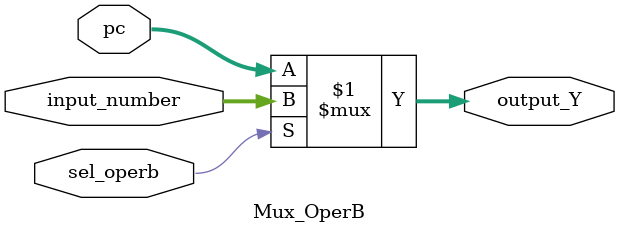
<source format=v>
`timescale 1ns / 1ps
module Mux_OperB(
    input [31:0] pc,
    input [31:0] input_number,
	 input sel_operb,
    output [31:0] output_Y
    );
	
	 assign output_Y = (sel_operb) ? input_number : pc;

endmodule

</source>
